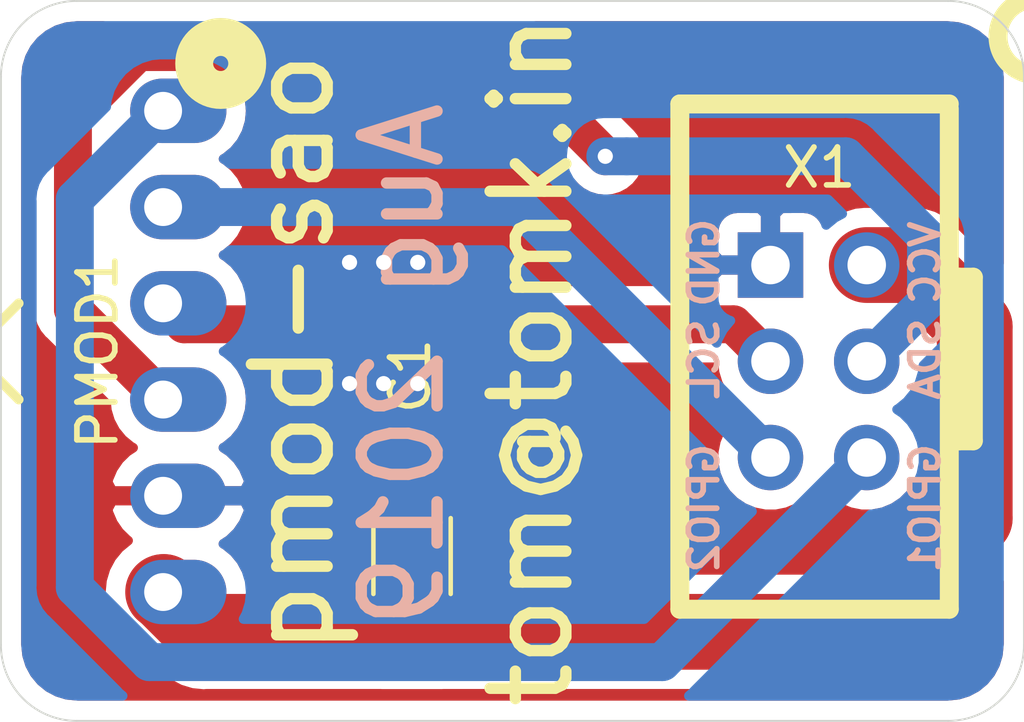
<source format=kicad_pcb>
(kicad_pcb (version 20171130) (host pcbnew 5.1.2)

  (general
    (thickness 1.6)
    (drawings 11)
    (tracks 36)
    (zones 0)
    (modules 3)
    (nets 7)
  )

  (page A4)
  (layers
    (0 F.Cu signal hide)
    (31 B.Cu signal hide)
    (32 B.Adhes user)
    (33 F.Adhes user)
    (34 B.Paste user)
    (35 F.Paste user)
    (36 B.SilkS user)
    (37 F.SilkS user)
    (38 B.Mask user)
    (39 F.Mask user)
    (40 Dwgs.User user)
    (41 Cmts.User user)
    (42 Eco1.User user)
    (43 Eco2.User user)
    (44 Edge.Cuts user)
    (45 Margin user)
    (46 B.CrtYd user)
    (47 F.CrtYd user)
    (48 B.Fab user)
    (49 F.Fab user)
  )

  (setup
    (last_trace_width 1)
    (user_trace_width 1)
    (user_trace_width 2)
    (trace_clearance 0.2)
    (zone_clearance 0.508)
    (zone_45_only no)
    (trace_min 0.2)
    (via_size 0.8)
    (via_drill 0.4)
    (via_min_size 0.4)
    (via_min_drill 0.3)
    (uvia_size 0.3)
    (uvia_drill 0.1)
    (uvias_allowed no)
    (uvia_min_size 0.2)
    (uvia_min_drill 0.1)
    (edge_width 0.05)
    (segment_width 0.2)
    (pcb_text_width 0.3)
    (pcb_text_size 1.5 1.5)
    (mod_edge_width 0.12)
    (mod_text_size 1 1)
    (mod_text_width 0.15)
    (pad_size 1.524 1.524)
    (pad_drill 0.762)
    (pad_to_mask_clearance 0.051)
    (solder_mask_min_width 0.25)
    (aux_axis_origin 0 0)
    (visible_elements FFFFFF7F)
    (pcbplotparams
      (layerselection 0x010fc_ffffffff)
      (usegerberextensions false)
      (usegerberattributes false)
      (usegerberadvancedattributes false)
      (creategerberjobfile false)
      (excludeedgelayer true)
      (linewidth 0.100000)
      (plotframeref false)
      (viasonmask false)
      (mode 1)
      (useauxorigin false)
      (hpglpennumber 1)
      (hpglpenspeed 20)
      (hpglpendiameter 15.000000)
      (psnegative false)
      (psa4output false)
      (plotreference true)
      (plotvalue true)
      (plotinvisibletext false)
      (padsonsilk false)
      (subtractmaskfromsilk false)
      (outputformat 1)
      (mirror false)
      (drillshape 1)
      (scaleselection 1)
      (outputdirectory ""))
  )

  (net 0 "")
  (net 1 VCC)
  (net 2 GND)
  (net 3 /SCL)
  (net 4 /SDA)
  (net 5 /GPIO2)
  (net 6 /GPIO1)

  (net_class Default "This is the default net class."
    (clearance 0.2)
    (trace_width 0.25)
    (via_dia 0.8)
    (via_drill 0.4)
    (uvia_dia 0.3)
    (uvia_drill 0.1)
    (add_net /GPIO1)
    (add_net /GPIO2)
    (add_net /SCL)
    (add_net /SDA)
    (add_net GND)
    (add_net VCC)
  )

  (module tom-connectors:PMOD_1X6_PTH_RA_PLUG (layer F.Cu) (tedit 5D668F7F) (tstamp 5D669579)
    (at 33.55 41.25 270)
    (path /5D668C8B)
    (attr smd)
    (fp_text reference PMOD1 (at 0 3 90) (layer F.SilkS)
      (effects (font (size 1 1) (thickness 0.15)))
    )
    (fp_text value PMOD-Device-x1-Type-1-GPIO (at -0.25 4.5 90) (layer F.SilkS) hide
      (effects (font (size 1 1) (thickness 0.15)))
    )
    (fp_line (start 8.89 6.35) (end 0 6.35) (layer F.SilkS) (width 0.254))
    (fp_line (start 0 6.35) (end -8.89 6.35) (layer F.SilkS) (width 0.254))
    (fp_line (start 1.27 5.08) (end 0 6.35) (layer F.SilkS) (width 0.254))
    (fp_line (start 0 6.35) (end -1.27 5.08) (layer F.SilkS) (width 0.254))
    (fp_circle (center -7.6 -0.25) (end -7.4 -0.25) (layer F.SilkS) (width 1))
    (pad 6 thru_hole oval (at 6.35 1.27 180) (size 2.54 1.7) (drill 1 (offset -0.4 0)) (layers *.Cu *.Mask)
      (net 1 VCC))
    (pad 5 thru_hole oval (at 3.81 1.27 180) (size 2.54 1.7) (drill 1 (offset -0.4 0)) (layers *.Cu *.Mask)
      (net 2 GND))
    (pad 4 thru_hole oval (at 1.27 1.27 180) (size 2.54 1.7) (drill 1 (offset -0.4 0)) (layers *.Cu *.Mask)
      (net 4 /SDA))
    (pad 3 thru_hole oval (at -1.27 1.27 180) (size 2.54 1.7) (drill 1 (offset -0.4 0)) (layers *.Cu *.Mask)
      (net 3 /SCL))
    (pad 2 thru_hole oval (at -3.81 1.27 180) (size 2.54 1.7) (drill 1 (offset -0.4 0)) (layers *.Cu *.Mask)
      (net 5 /GPIO2))
    (pad 1 thru_hole oval (at -6.35 1.27 180) (size 2.54 1.7) (drill 1 (offset -0.4 0)) (layers *.Cu *.Mask)
      (net 6 /GPIO1))
  )

  (module badgelife-parts:Badgelife-SAOv169-BADGE-2x3 (layer F.Cu) (tedit 5C931861) (tstamp 5D669940)
    (at 49.6 41.45 270)
    (descr "Through hole straight IDC box header, 2x03, 2.54mm pitch, double rows")
    (tags "Through hole IDC box header THT 2x03 2.54mm double row")
    (path /5D66937D)
    (fp_text reference X1 (at -5.05 0 180) (layer F.SilkS)
      (effects (font (size 1 1) (thickness 0.15)))
    )
    (fp_text value Badgelife_sao_connector_v169bis (at 0 -8.509 90) (layer F.Fab) hide
      (effects (font (size 1 1) (thickness 0.15)))
    )
    (fp_text user GPIO1 (at 3.937 -2.794 90) (layer B.SilkS)
      (effects (font (size 0.75 0.75) (thickness 0.15)) (justify mirror))
    )
    (fp_text user GPIO2 (at 3.937 3.048 90) (layer B.SilkS)
      (effects (font (size 0.75 0.75) (thickness 0.15)) (justify mirror))
    )
    (fp_text user SCL (at 0 3.048 90) (layer B.SilkS)
      (effects (font (size 0.75 0.75) (thickness 0.15)) (justify mirror))
    )
    (fp_text user SDA (at 0 -2.794 90) (layer B.SilkS)
      (effects (font (size 0.75 0.75) (thickness 0.15)) (justify mirror))
    )
    (fp_text user GND (at -2.54 3.048 90) (layer B.SilkS)
      (effects (font (size 0.75 0.75) (thickness 0.15)) (justify mirror))
    )
    (fp_text user VCC (at -2.54 -2.794 90) (layer B.SilkS)
      (effects (font (size 0.75 0.75) (thickness 0.15)) (justify mirror))
    )
    (fp_circle (center -8.509 -5.715) (end -7.509 -5.715) (layer F.SilkS) (width 0.5))
    (fp_line (start -2.159 -3.556) (end -2.159 -4.064) (layer F.SilkS) (width 0.5))
    (fp_line (start 2.159 -3.683) (end -2.159 -3.683) (layer F.SilkS) (width 0.5))
    (fp_line (start 2.159 -4.064) (end 2.159 -3.556) (layer F.SilkS) (width 0.5))
    (fp_line (start -2.159 -4.064) (end 2.159 -4.064) (layer F.SilkS) (width 0.5))
    (fp_line (start -6.731 3.683) (end -6.731 -3.429) (layer F.SilkS) (width 0.5))
    (fp_line (start 6.604 3.683) (end -6.731 3.683) (layer F.SilkS) (width 0.5))
    (fp_line (start 6.604 -3.429) (end 6.604 3.683) (layer F.SilkS) (width 0.5))
    (fp_line (start -6.604 -3.429) (end 6.604 -3.429) (layer F.SilkS) (width 0.5))
    (fp_text user %R (at 0.06 0.02 180) (layer F.Fab)
      (effects (font (size 1 1) (thickness 0.15)))
    )
    (pad 2 thru_hole rect (at -2.48 1.29 180) (size 1.7272 1.7272) (drill 1.016) (layers *.Cu *.Mask)
      (net 2 GND))
    (pad 1 thru_hole oval (at -2.48 -1.25 180) (size 1.7272 1.7272) (drill 1.016) (layers *.Cu *.Mask)
      (net 1 VCC))
    (pad 4 thru_hole oval (at 0.06 1.29 180) (size 1.7272 1.7272) (drill 1.016) (layers *.Cu *.Mask)
      (net 3 /SCL))
    (pad 3 thru_hole oval (at 0.06 -1.25 180) (size 1.7272 1.7272) (drill 1.016) (layers *.Cu *.Mask)
      (net 4 /SDA))
    (pad 6 thru_hole circle (at 2.6 1.29 180) (size 1.7272 1.7272) (drill 1.016) (layers *.Cu *.Mask)
      (net 5 /GPIO2))
    (pad 5 thru_hole circle (at 2.6 -1.25 180) (size 1.7272 1.7272) (drill 1.016) (layers *.Cu *.Mask)
      (net 6 /GPIO1))
  )

  (module Capacitors_SMD:C_1206_HandSoldering (layer F.Cu) (tedit 58AA84D1) (tstamp 5D668CCA)
    (at 38.85 46.65 90)
    (descr "Capacitor SMD 1206, hand soldering")
    (tags "capacitor 1206")
    (path /5D66F5B9)
    (attr smd)
    (fp_text reference C1 (at 4.75 -0.05 90) (layer F.SilkS)
      (effects (font (size 1 1) (thickness 0.15)))
    )
    (fp_text value 10uF (at 0 2 90) (layer F.Fab) hide
      (effects (font (size 1 1) (thickness 0.15)))
    )
    (fp_text user %R (at 0 -1.75 90) (layer F.Fab) hide
      (effects (font (size 1 1) (thickness 0.15)))
    )
    (fp_line (start -1.6 0.8) (end -1.6 -0.8) (layer F.Fab) (width 0.1))
    (fp_line (start 1.6 0.8) (end -1.6 0.8) (layer F.Fab) (width 0.1))
    (fp_line (start 1.6 -0.8) (end 1.6 0.8) (layer F.Fab) (width 0.1))
    (fp_line (start -1.6 -0.8) (end 1.6 -0.8) (layer F.Fab) (width 0.1))
    (fp_line (start 1 -1.02) (end -1 -1.02) (layer F.SilkS) (width 0.12))
    (fp_line (start -1 1.02) (end 1 1.02) (layer F.SilkS) (width 0.12))
    (fp_line (start -3.25 -1.05) (end 3.25 -1.05) (layer F.CrtYd) (width 0.05))
    (fp_line (start -3.25 -1.05) (end -3.25 1.05) (layer F.CrtYd) (width 0.05))
    (fp_line (start 3.25 1.05) (end 3.25 -1.05) (layer F.CrtYd) (width 0.05))
    (fp_line (start 3.25 1.05) (end -3.25 1.05) (layer F.CrtYd) (width 0.05))
    (pad 1 smd rect (at -2 0 90) (size 2 1.6) (layers F.Cu F.Paste F.Mask)
      (net 1 VCC))
    (pad 2 smd rect (at 2 0 90) (size 2 1.6) (layers F.Cu F.Paste F.Mask)
      (net 2 GND))
    (model Capacitors_SMD.3dshapes/C_1206.wrl
      (at (xyz 0 0 0))
      (scale (xyz 1 1 1))
      (rotate (xyz 0 0 0))
    )
  )

  (gr_text "Aug 2019" (at 38.6 41.6 90) (layer B.SilkS) (tstamp 5D66976B)
    (effects (font (size 2 1.9) (thickness 0.3)) (justify mirror))
  )
  (gr_text pmod-sao (at 35.7 41.3 90) (layer F.SilkS) (tstamp 5D669764)
    (effects (font (size 2 2) (thickness 0.3)))
  )
  (gr_text tom@tomk.in (at 42 41.5 90) (layer F.SilkS)
    (effects (font (size 2 1.9) (thickness 0.3)))
  )
  (gr_line (start 55 34) (end 55 49) (layer Edge.Cuts) (width 0.05) (tstamp 5D66975E))
  (gr_line (start 30 32) (end 53 32) (layer Edge.Cuts) (width 0.05) (tstamp 5D66975C))
  (gr_line (start 28 49) (end 28 34) (layer Edge.Cuts) (width 0.05) (tstamp 5D669759))
  (gr_line (start 53 51) (end 30 51) (layer Edge.Cuts) (width 0.05) (tstamp 5D669758))
  (gr_arc (start 30 49) (end 28 49) (angle -90) (layer Edge.Cuts) (width 0.05))
  (gr_arc (start 53 49) (end 53 51) (angle -90) (layer Edge.Cuts) (width 0.05))
  (gr_arc (start 53 34) (end 55 34) (angle -90) (layer Edge.Cuts) (width 0.05))
  (gr_arc (start 30 34) (end 30 32) (angle -90) (layer Edge.Cuts) (width 0.05))

  (segment (start 32.28 47.6) (end 32.3 47.6) (width 2) (layer F.Cu) (net 1))
  (segment (start 33.35 48.65) (end 38.85 48.65) (width 2) (layer F.Cu) (net 1))
  (segment (start 32.3 47.6) (end 33.35 48.65) (width 2) (layer F.Cu) (net 1))
  (segment (start 52.071314 38.97) (end 50.85 38.97) (width 2) (layer F.Cu) (net 1))
  (segment (start 53.7 40.598686) (end 52.071314 38.97) (width 2) (layer F.Cu) (net 1))
  (segment (start 50.7 48.65) (end 53.7 45.65) (width 2) (layer F.Cu) (net 1))
  (segment (start 53.7 45.65) (end 53.7 40.598686) (width 2) (layer F.Cu) (net 1))
  (segment (start 38.85 48.65) (end 50.7 48.65) (width 2) (layer F.Cu) (net 1))
  (via (at 37.2 38.9) (size 0.8) (drill 0.4) (layers F.Cu B.Cu) (net 2))
  (via (at 38.1 38.9) (size 0.8) (drill 0.4) (layers F.Cu B.Cu) (net 2))
  (via (at 39 38.9) (size 0.8) (drill 0.4) (layers F.Cu B.Cu) (net 2))
  (via (at 37.2 42.1) (size 0.8) (drill 0.4) (layers F.Cu B.Cu) (net 2))
  (via (at 38.1 42.1) (size 0.8) (drill 0.4) (layers F.Cu B.Cu) (net 2))
  (via (at 39 42.1) (size 0.8) (drill 0.4) (layers F.Cu B.Cu) (net 2))
  (segment (start 47.333601 40.533601) (end 47.446401 40.646401) (width 1) (layer F.Cu) (net 3))
  (segment (start 47.446401 40.646401) (end 48.31 41.51) (width 1) (layer F.Cu) (net 3))
  (segment (start 32.833601 40.533601) (end 47.333601 40.533601) (width 1) (layer F.Cu) (net 3))
  (segment (start 32.28 39.98) (end 32.833601 40.533601) (width 1) (layer F.Cu) (net 3))
  (segment (start 32.28 42.52) (end 29.9 40.14) (width 1) (layer F.Cu) (net 4))
  (segment (start 31.617965 33.34999) (end 41.19999 33.34999) (width 1) (layer F.Cu) (net 4))
  (segment (start 29.9 40.14) (end 29.9 35.067955) (width 1) (layer F.Cu) (net 4))
  (segment (start 29.9 35.067955) (end 31.617965 33.34999) (width 1) (layer F.Cu) (net 4))
  (segment (start 41.19999 33.34999) (end 43.95 36.1) (width 1) (layer F.Cu) (net 4))
  (via (at 43.95 36.1) (size 0.8) (drill 0.4) (layers F.Cu B.Cu) (net 4))
  (segment (start 50.29413 36.1) (end 44.515685 36.1) (width 1) (layer B.Cu) (net 4))
  (segment (start 52.413601 38.219471) (end 50.29413 36.1) (width 1) (layer B.Cu) (net 4))
  (segment (start 50.85 41.51) (end 52.413601 39.946399) (width 1) (layer B.Cu) (net 4))
  (segment (start 52.413601 39.946399) (end 52.413601 38.219471) (width 1) (layer B.Cu) (net 4))
  (segment (start 44.515685 36.1) (end 43.95 36.1) (width 1) (layer B.Cu) (net 4))
  (segment (start 41.7 37.44) (end 48.31 44.05) (width 1) (layer B.Cu) (net 5))
  (segment (start 32.28 37.44) (end 41.7 37.44) (width 1) (layer B.Cu) (net 5))
  (segment (start 50.85 44.05) (end 45.45 49.45) (width 1) (layer B.Cu) (net 6))
  (segment (start 31.917955 49.45) (end 29.95 47.482045) (width 1) (layer B.Cu) (net 6))
  (segment (start 45.45 49.45) (end 31.917955 49.45) (width 1) (layer B.Cu) (net 6))
  (segment (start 29.95 37.23) (end 32.28 34.9) (width 1) (layer B.Cu) (net 6))
  (segment (start 29.95 47.482045) (end 29.95 37.23) (width 1) (layer B.Cu) (net 6))

  (zone (net 2) (net_name GND) (layer B.Cu) (tstamp 0) (hatch edge 0.508)
    (connect_pads (clearance 0.508))
    (min_thickness 0.254)
    (fill yes (arc_segments 32) (thermal_gap 0.508) (thermal_bridge_width 0.508))
    (polygon
      (pts
        (xy 28 32) (xy 55 32) (xy 55 51) (xy 28 50.9)
      )
    )
    (filled_polygon
      (pts
        (xy 53.259659 32.688625) (xy 53.509429 32.764035) (xy 53.739792 32.886522) (xy 53.94198 33.051422) (xy 54.108286 33.25245)
        (xy 54.232378 33.481954) (xy 54.309531 33.731195) (xy 54.34 34.021089) (xy 54.340001 48.967711) (xy 54.311375 49.25966)
        (xy 54.235965 49.509429) (xy 54.113477 49.739794) (xy 53.948579 49.941979) (xy 53.747546 50.108288) (xy 53.518046 50.232378)
        (xy 53.268805 50.309531) (xy 52.978911 50.34) (xy 46.154642 50.34) (xy 46.256449 50.256449) (xy 46.291996 50.213135)
        (xy 50.956532 45.5486) (xy 50.997599 45.5486) (xy 51.287125 45.49101) (xy 51.559853 45.378042) (xy 51.805302 45.214039)
        (xy 52.014039 45.005302) (xy 52.178042 44.759853) (xy 52.29101 44.487125) (xy 52.3486 44.197599) (xy 52.3486 43.902401)
        (xy 52.29101 43.612875) (xy 52.178042 43.340147) (xy 52.014039 43.094698) (xy 51.805302 42.885961) (xy 51.649537 42.781883)
        (xy 51.686606 42.762069) (xy 51.914797 42.574797) (xy 52.102069 42.346606) (xy 52.241225 42.086264) (xy 52.326916 41.803777)
        (xy 52.345004 41.620127) (xy 53.176741 40.78839) (xy 53.22005 40.752848) (xy 53.361885 40.580022) (xy 53.467277 40.382846)
        (xy 53.532178 40.168898) (xy 53.548601 40.002151) (xy 53.548601 40.00215) (xy 53.554092 39.946399) (xy 53.548601 39.890647)
        (xy 53.548601 38.275223) (xy 53.554092 38.219471) (xy 53.532178 37.996972) (xy 53.467277 37.783024) (xy 53.361885 37.585848)
        (xy 53.25559 37.456327) (xy 53.255588 37.456325) (xy 53.22005 37.413022) (xy 53.176747 37.377484) (xy 51.136126 35.336864)
        (xy 51.100579 35.293551) (xy 50.927753 35.151716) (xy 50.730577 35.046324) (xy 50.516629 34.981423) (xy 50.349882 34.965)
        (xy 50.349881 34.965) (xy 50.29413 34.959509) (xy 50.238379 34.965) (xy 43.894248 34.965) (xy 43.727501 34.981423)
        (xy 43.513553 35.046324) (xy 43.316377 35.151716) (xy 43.143551 35.293551) (xy 43.001716 35.466377) (xy 42.896324 35.663553)
        (xy 42.831423 35.877501) (xy 42.809509 36.1) (xy 42.831423 36.322499) (xy 42.896324 36.536447) (xy 43.001716 36.733623)
        (xy 43.143551 36.906449) (xy 43.316377 37.048284) (xy 43.513553 37.153676) (xy 43.727501 37.218577) (xy 43.894248 37.235)
        (xy 49.823999 37.235) (xy 50.204683 37.615685) (xy 50.013394 37.717931) (xy 49.785203 37.905203) (xy 49.778586 37.913265)
        (xy 49.763102 37.86222) (xy 49.704137 37.751906) (xy 49.624785 37.655215) (xy 49.528094 37.575863) (xy 49.41778 37.516898)
        (xy 49.298082 37.480588) (xy 49.1736 37.468328) (xy 48.59575 37.4714) (xy 48.437 37.63015) (xy 48.437 38.843)
        (xy 48.457 38.843) (xy 48.457 39.097) (xy 48.437 39.097) (xy 48.437 39.117) (xy 48.183 39.117)
        (xy 48.183 39.097) (xy 46.97015 39.097) (xy 46.8114 39.25575) (xy 46.808328 39.8336) (xy 46.820588 39.958082)
        (xy 46.856898 40.07778) (xy 46.915863 40.188094) (xy 46.995215 40.284785) (xy 47.091906 40.364137) (xy 47.20222 40.423102)
        (xy 47.253265 40.438586) (xy 47.245203 40.445203) (xy 47.057931 40.673394) (xy 46.918775 40.933736) (xy 46.890868 41.025735)
        (xy 43.971532 38.1064) (xy 46.808328 38.1064) (xy 46.8114 38.68425) (xy 46.97015 38.843) (xy 48.183 38.843)
        (xy 48.183 37.63015) (xy 48.02425 37.4714) (xy 47.4464 37.468328) (xy 47.321918 37.480588) (xy 47.20222 37.516898)
        (xy 47.091906 37.575863) (xy 46.995215 37.655215) (xy 46.915863 37.751906) (xy 46.856898 37.86222) (xy 46.820588 37.981918)
        (xy 46.808328 38.1064) (xy 43.971532 38.1064) (xy 42.541996 36.676865) (xy 42.506449 36.633551) (xy 42.333623 36.491716)
        (xy 42.136447 36.386324) (xy 41.922499 36.321423) (xy 41.755752 36.305) (xy 41.755751 36.305) (xy 41.7 36.299509)
        (xy 41.644249 36.305) (xy 34.057817 36.305) (xy 33.929014 36.199294) (xy 33.874209 36.17) (xy 33.929014 36.140706)
        (xy 34.155134 35.955134) (xy 34.340706 35.729014) (xy 34.478599 35.471034) (xy 34.563513 35.191111) (xy 34.592185 34.9)
        (xy 34.563513 34.608889) (xy 34.478599 34.328966) (xy 34.340706 34.070986) (xy 34.155134 33.844866) (xy 33.929014 33.659294)
        (xy 33.671034 33.521401) (xy 33.391111 33.436487) (xy 33.17295 33.415) (xy 32.18705 33.415) (xy 31.968889 33.436487)
        (xy 31.688966 33.521401) (xy 31.430986 33.659294) (xy 31.204866 33.844866) (xy 31.019294 34.070986) (xy 30.881401 34.328966)
        (xy 30.796487 34.608889) (xy 30.77797 34.796898) (xy 29.18686 36.388009) (xy 29.143552 36.423551) (xy 29.001717 36.596377)
        (xy 28.981847 36.633552) (xy 28.896324 36.793554) (xy 28.831423 37.007502) (xy 28.809509 37.23) (xy 28.815001 37.285761)
        (xy 28.815 47.426293) (xy 28.809509 47.482045) (xy 28.831423 47.704543) (xy 28.896324 47.918491) (xy 29.001716 48.115668)
        (xy 29.143551 48.288494) (xy 29.186864 48.32404) (xy 31.075968 50.213146) (xy 31.111506 50.256449) (xy 31.154809 50.291987)
        (xy 31.154811 50.291989) (xy 31.213313 50.34) (xy 30.032279 50.34) (xy 29.74034 50.311375) (xy 29.490571 50.235965)
        (xy 29.260206 50.113477) (xy 29.058021 49.948579) (xy 28.891712 49.747546) (xy 28.767622 49.518046) (xy 28.690469 49.268805)
        (xy 28.66 48.978911) (xy 28.66 34.032279) (xy 28.688625 33.740341) (xy 28.764035 33.490571) (xy 28.886522 33.260208)
        (xy 29.051422 33.05802) (xy 29.25245 32.891714) (xy 29.481954 32.767622) (xy 29.731195 32.690469) (xy 30.021088 32.66)
        (xy 52.967721 32.66)
      )
    )
    (filled_polygon
      (pts
        (xy 46.8114 44.156533) (xy 46.8114 44.197599) (xy 46.86899 44.487125) (xy 46.981958 44.759853) (xy 47.145961 45.005302)
        (xy 47.354698 45.214039) (xy 47.600147 45.378042) (xy 47.824073 45.470795) (xy 44.979869 48.315) (xy 34.401648 48.315)
        (xy 34.478599 48.171034) (xy 34.563513 47.891111) (xy 34.592185 47.6) (xy 34.563513 47.308889) (xy 34.478599 47.028966)
        (xy 34.340706 46.770986) (xy 34.155134 46.544866) (xy 33.929014 46.359294) (xy 33.870663 46.328105) (xy 34.030619 46.224176)
        (xy 34.239857 46.020252) (xy 34.405291 45.779426) (xy 34.520563 45.510953) (xy 34.541476 45.41689) (xy 34.420155 45.187)
        (xy 32.807 45.187) (xy 32.807 45.207) (xy 32.553 45.207) (xy 32.553 45.187) (xy 32.533 45.187)
        (xy 32.533 44.933) (xy 32.553 44.933) (xy 32.553 44.913) (xy 32.807 44.913) (xy 32.807 44.933)
        (xy 34.420155 44.933) (xy 34.541476 44.70311) (xy 34.520563 44.609047) (xy 34.405291 44.340574) (xy 34.239857 44.099748)
        (xy 34.030619 43.895824) (xy 33.870663 43.791895) (xy 33.929014 43.760706) (xy 34.155134 43.575134) (xy 34.340706 43.349014)
        (xy 34.478599 43.091034) (xy 34.563513 42.811111) (xy 34.592185 42.52) (xy 34.563513 42.228889) (xy 34.478599 41.948966)
        (xy 34.340706 41.690986) (xy 34.155134 41.464866) (xy 33.929014 41.279294) (xy 33.874209 41.25) (xy 33.929014 41.220706)
        (xy 34.155134 41.035134) (xy 34.340706 40.809014) (xy 34.478599 40.551034) (xy 34.563513 40.271111) (xy 34.592185 39.98)
        (xy 34.563513 39.688889) (xy 34.478599 39.408966) (xy 34.340706 39.150986) (xy 34.155134 38.924866) (xy 33.929014 38.739294)
        (xy 33.874209 38.71) (xy 33.929014 38.680706) (xy 34.057817 38.575) (xy 41.229869 38.575)
      )
    )
  )
  (zone (net 2) (net_name GND) (layer F.Cu) (tstamp 0) (hatch edge 0.508)
    (connect_pads (clearance 0.508))
    (min_thickness 0.254)
    (fill yes (arc_segments 32) (thermal_gap 0.508) (thermal_bridge_width 0.508))
    (polygon
      (pts
        (xy 55 32) (xy 28 32) (xy 28 50.9) (xy 55 51)
      )
    )
    (filled_polygon
      (pts
        (xy 29.13686 34.225964) (xy 29.093552 34.261506) (xy 28.951717 34.434332) (xy 28.93269 34.469929) (xy 28.846324 34.631509)
        (xy 28.781423 34.845457) (xy 28.759509 35.067955) (xy 28.765001 35.123716) (xy 28.765 40.084248) (xy 28.759509 40.14)
        (xy 28.766399 40.209954) (xy 28.781423 40.362498) (xy 28.846324 40.576446) (xy 28.951716 40.773623) (xy 29.093551 40.946449)
        (xy 29.136865 40.981996) (xy 30.77797 42.623101) (xy 30.796487 42.811111) (xy 30.881401 43.091034) (xy 31.019294 43.349014)
        (xy 31.204866 43.575134) (xy 31.430986 43.760706) (xy 31.489337 43.791895) (xy 31.329381 43.895824) (xy 31.120143 44.099748)
        (xy 30.954709 44.340574) (xy 30.839437 44.609047) (xy 30.818524 44.70311) (xy 30.939845 44.933) (xy 32.553 44.933)
        (xy 32.553 44.913) (xy 32.807 44.913) (xy 32.807 44.933) (xy 34.420155 44.933) (xy 34.541476 44.70311)
        (xy 34.520563 44.609047) (xy 34.405291 44.340574) (xy 34.239857 44.099748) (xy 34.030619 43.895824) (xy 33.870663 43.791895)
        (xy 33.929014 43.760706) (xy 34.063909 43.65) (xy 37.411928 43.65) (xy 37.415 44.36425) (xy 37.57375 44.523)
        (xy 38.723 44.523) (xy 38.723 43.17375) (xy 38.977 43.17375) (xy 38.977 44.523) (xy 40.12625 44.523)
        (xy 40.285 44.36425) (xy 40.288072 43.65) (xy 40.275812 43.525518) (xy 40.239502 43.40582) (xy 40.180537 43.295506)
        (xy 40.101185 43.198815) (xy 40.004494 43.119463) (xy 39.89418 43.060498) (xy 39.774482 43.024188) (xy 39.65 43.011928)
        (xy 39.13575 43.015) (xy 38.977 43.17375) (xy 38.723 43.17375) (xy 38.56425 43.015) (xy 38.05 43.011928)
        (xy 37.925518 43.024188) (xy 37.80582 43.060498) (xy 37.695506 43.119463) (xy 37.598815 43.198815) (xy 37.519463 43.295506)
        (xy 37.460498 43.40582) (xy 37.424188 43.525518) (xy 37.411928 43.65) (xy 34.063909 43.65) (xy 34.155134 43.575134)
        (xy 34.340706 43.349014) (xy 34.478599 43.091034) (xy 34.563513 42.811111) (xy 34.592185 42.52) (xy 34.563513 42.228889)
        (xy 34.478599 41.948966) (xy 34.340706 41.690986) (xy 34.322335 41.668601) (xy 46.81977 41.668601) (xy 46.833084 41.803777)
        (xy 46.918775 42.086264) (xy 47.057931 42.346606) (xy 47.245203 42.574797) (xy 47.473394 42.762069) (xy 47.510463 42.781883)
        (xy 47.354698 42.885961) (xy 47.145961 43.094698) (xy 46.981958 43.340147) (xy 46.86899 43.612875) (xy 46.8114 43.902401)
        (xy 46.8114 44.197599) (xy 46.86899 44.487125) (xy 46.981958 44.759853) (xy 47.145961 45.005302) (xy 47.354698 45.214039)
        (xy 47.600147 45.378042) (xy 47.872875 45.49101) (xy 48.162401 45.5486) (xy 48.457599 45.5486) (xy 48.747125 45.49101)
        (xy 49.019853 45.378042) (xy 49.265302 45.214039) (xy 49.474039 45.005302) (xy 49.58 44.846719) (xy 49.685961 45.005302)
        (xy 49.894698 45.214039) (xy 50.140147 45.378042) (xy 50.412875 45.49101) (xy 50.702401 45.5486) (xy 50.997599 45.5486)
        (xy 51.287125 45.49101) (xy 51.559853 45.378042) (xy 51.805302 45.214039) (xy 52.014039 45.005302) (xy 52.065 44.929033)
        (xy 52.065 44.97276) (xy 50.022762 47.015) (xy 39.681192 47.015) (xy 39.65 47.011928) (xy 38.05 47.011928)
        (xy 38.018808 47.015) (xy 34.471134 47.015) (xy 34.340706 46.770986) (xy 34.155134 46.544866) (xy 33.929014 46.359294)
        (xy 33.870663 46.328105) (xy 34.030619 46.224176) (xy 34.239857 46.020252) (xy 34.405291 45.779426) (xy 34.460861 45.65)
        (xy 37.411928 45.65) (xy 37.424188 45.774482) (xy 37.460498 45.89418) (xy 37.519463 46.004494) (xy 37.598815 46.101185)
        (xy 37.695506 46.180537) (xy 37.80582 46.239502) (xy 37.925518 46.275812) (xy 38.05 46.288072) (xy 38.56425 46.285)
        (xy 38.723 46.12625) (xy 38.723 44.777) (xy 38.977 44.777) (xy 38.977 46.12625) (xy 39.13575 46.285)
        (xy 39.65 46.288072) (xy 39.774482 46.275812) (xy 39.89418 46.239502) (xy 40.004494 46.180537) (xy 40.101185 46.101185)
        (xy 40.180537 46.004494) (xy 40.239502 45.89418) (xy 40.275812 45.774482) (xy 40.288072 45.65) (xy 40.285 44.93575)
        (xy 40.12625 44.777) (xy 38.977 44.777) (xy 38.723 44.777) (xy 37.57375 44.777) (xy 37.415 44.93575)
        (xy 37.411928 45.65) (xy 34.460861 45.65) (xy 34.520563 45.510953) (xy 34.541476 45.41689) (xy 34.420155 45.187)
        (xy 32.807 45.187) (xy 32.807 45.207) (xy 32.553 45.207) (xy 32.553 45.187) (xy 30.939845 45.187)
        (xy 30.818524 45.41689) (xy 30.839437 45.510953) (xy 30.954709 45.779426) (xy 31.120143 46.020252) (xy 31.329381 46.224176)
        (xy 31.357176 46.242235) (xy 31.118286 46.438286) (xy 30.913969 46.687248) (xy 30.762148 46.971285) (xy 30.668657 47.279484)
        (xy 30.637089 47.6) (xy 30.668657 47.920516) (xy 30.762148 48.228715) (xy 30.913969 48.512752) (xy 31.118286 48.761714)
        (xy 31.292216 48.904454) (xy 32.137075 49.749313) (xy 32.188286 49.811714) (xy 32.437248 50.016031) (xy 32.721285 50.167852)
        (xy 33.029484 50.261343) (xy 33.269678 50.285) (xy 33.26968 50.285) (xy 33.349999 50.292911) (xy 33.430319 50.285)
        (xy 38.018808 50.285) (xy 38.05 50.288072) (xy 39.65 50.288072) (xy 39.681192 50.285) (xy 50.619681 50.285)
        (xy 50.7 50.292911) (xy 50.780319 50.285) (xy 50.780322 50.285) (xy 51.020516 50.261343) (xy 51.328715 50.167852)
        (xy 51.612752 50.016031) (xy 51.861714 49.811714) (xy 51.912924 49.749314) (xy 54.340001 47.322239) (xy 54.340001 48.967711)
        (xy 54.311375 49.25966) (xy 54.235965 49.509429) (xy 54.113477 49.739794) (xy 53.948579 49.941979) (xy 53.747546 50.108288)
        (xy 53.518046 50.232378) (xy 53.268805 50.309531) (xy 52.978911 50.34) (xy 30.032279 50.34) (xy 29.74034 50.311375)
        (xy 29.490571 50.235965) (xy 29.260206 50.113477) (xy 29.058021 49.948579) (xy 28.891712 49.747546) (xy 28.767622 49.518046)
        (xy 28.690469 49.268805) (xy 28.66 48.978911) (xy 28.66 34.032279) (xy 28.688625 33.740341) (xy 28.764035 33.490571)
        (xy 28.886522 33.260208) (xy 29.051422 33.05802) (xy 29.25245 32.891714) (xy 29.481954 32.767622) (xy 29.731195 32.690469)
        (xy 30.021088 32.66) (xy 30.702823 32.66)
      )
    )
    (filled_polygon
      (pts
        (xy 53.259659 32.688625) (xy 53.509429 32.764035) (xy 53.739792 32.886522) (xy 53.94198 33.051422) (xy 54.108286 33.25245)
        (xy 54.232378 33.481954) (xy 54.309531 33.731195) (xy 54.34 34.021089) (xy 54.34 38.926448) (xy 53.284239 37.870686)
        (xy 53.233028 37.808286) (xy 52.984066 37.603969) (xy 52.700029 37.452148) (xy 52.39183 37.358657) (xy 52.151636 37.335)
        (xy 52.151633 37.335) (xy 52.071314 37.327089) (xy 51.990995 37.335) (xy 50.769678 37.335) (xy 50.529484 37.358657)
        (xy 50.221285 37.452148) (xy 49.937248 37.603969) (xy 49.720251 37.782053) (xy 49.704137 37.751906) (xy 49.624785 37.655215)
        (xy 49.528094 37.575863) (xy 49.41778 37.516898) (xy 49.298082 37.480588) (xy 49.1736 37.468328) (xy 48.59575 37.4714)
        (xy 48.437 37.63015) (xy 48.437 38.843) (xy 48.457 38.843) (xy 48.457 39.097) (xy 48.437 39.097)
        (xy 48.437 39.117) (xy 48.183 39.117) (xy 48.183 39.097) (xy 46.97015 39.097) (xy 46.8114 39.25575)
        (xy 46.810641 39.398601) (xy 34.473059 39.398601) (xy 34.340706 39.150986) (xy 34.155134 38.924866) (xy 33.929014 38.739294)
        (xy 33.874209 38.71) (xy 33.929014 38.680706) (xy 34.155134 38.495134) (xy 34.340706 38.269014) (xy 34.427624 38.1064)
        (xy 46.808328 38.1064) (xy 46.8114 38.68425) (xy 46.97015 38.843) (xy 48.183 38.843) (xy 48.183 37.63015)
        (xy 48.02425 37.4714) (xy 47.4464 37.468328) (xy 47.321918 37.480588) (xy 47.20222 37.516898) (xy 47.091906 37.575863)
        (xy 46.995215 37.655215) (xy 46.915863 37.751906) (xy 46.856898 37.86222) (xy 46.820588 37.981918) (xy 46.808328 38.1064)
        (xy 34.427624 38.1064) (xy 34.478599 38.011034) (xy 34.563513 37.731111) (xy 34.592185 37.44) (xy 34.563513 37.148889)
        (xy 34.478599 36.868966) (xy 34.340706 36.610986) (xy 34.155134 36.384866) (xy 33.929014 36.199294) (xy 33.874209 36.17)
        (xy 33.929014 36.140706) (xy 34.155134 35.955134) (xy 34.340706 35.729014) (xy 34.478599 35.471034) (xy 34.563513 35.191111)
        (xy 34.592185 34.9) (xy 34.563513 34.608889) (xy 34.525929 34.48499) (xy 40.729859 34.48499) (xy 43.186856 36.941988)
        (xy 43.316376 37.048283) (xy 43.513552 37.153675) (xy 43.7275 37.218576) (xy 43.949999 37.24049) (xy 44.172498 37.218576)
        (xy 44.386446 37.153675) (xy 44.583622 37.048283) (xy 44.756448 36.906448) (xy 44.898283 36.733622) (xy 45.003675 36.536446)
        (xy 45.068576 36.322498) (xy 45.09049 36.099999) (xy 45.068576 35.8775) (xy 45.003675 35.663552) (xy 44.898283 35.466376)
        (xy 44.791988 35.336856) (xy 42.115131 32.66) (xy 52.967721 32.66)
      )
    )
  )
)

</source>
